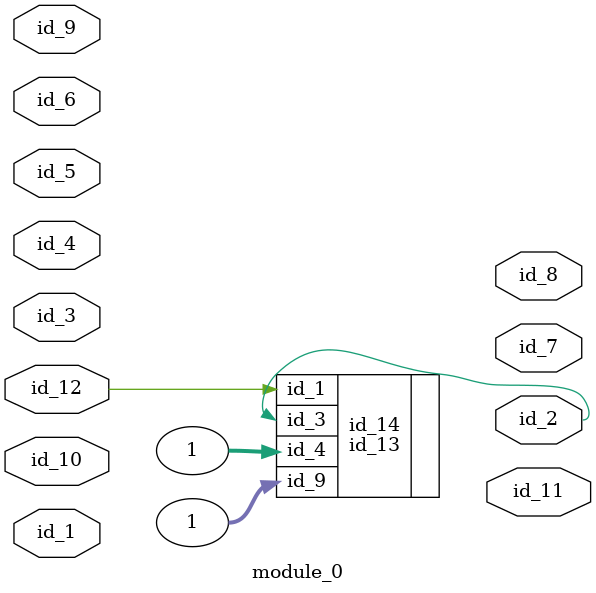
<source format=v>
`define pp_1 0
module module_0 (
    id_1,
    id_2,
    id_3,
    id_4,
    id_5,
    id_6,
    id_7,
    id_8,
    id_9,
    id_10,
    id_11,
    id_12
);
  input id_12;
  output id_11;
  input id_10;
  input id_9;
  output id_8;
  output id_7;
  input id_6;
  input id_5;
  input id_4;
  input id_3;
  output id_2;
  input id_1;
  id_13 id_14 (
      .id_9(1),
      .id_1(id_12),
      .id_4(1),
      .id_3(1),
      .id_3(id_2)
  );
endmodule

</source>
